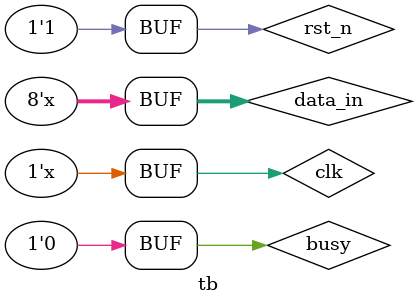
<source format=v>
module tb();

reg clk;
reg rst_n;
reg busy;
reg ready;
reg valid;
reg [7:0] data_in;
wire [7:0] data_out;
always	#5	clk = ~clk;
always #15 data_in = data_in + 1'b1;

initial
	begin
		clk <= 1'b1;
		rst_n <= 1'b0;
		busy <= 1'b0;
		data_in <= 0;

		#20
		 rst_n <= 1'b1;
	end

master u_master(
           .clk ( clk ),
           .rst_n ( rst_n ),
           .ready ( ready ),
           .valid ( valid ),
           .data_in ( data_in ),
           .data_out ( data_out )
       );


salve u_salve(
          .clk ( clk ),
          .rst_n ( rst_n ),
          .valid ( valid ),
          .data_in_s ( data_out ),
          .ready ( ready ),
          .data_out_s ( data_out_s ),
          .busy ( busy )
      );



endmodule

</source>
